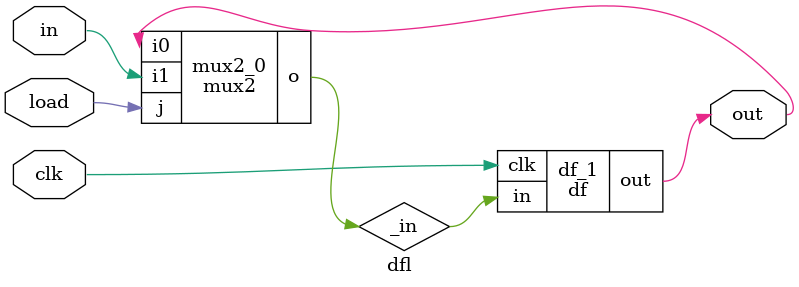
<source format=v>
module invert (input wire i, output wire o);
   assign o = !i;
endmodule

module and2 (input wire i0, i1, output wire o);
  assign o = i0 & i1;
endmodule

module mux2 (input wire i0, i1, j, output wire o);
  assign o = (j==0)?i0:i1;
endmodule


module df (input wire clk, in, output wire out);
  reg df_out;
  always@(posedge clk) df_out <= in;
  assign out = df_out;
endmodule

module dfr (input wire clk, reset, in, output wire out);
  wire reset_, df_in, clk_, o;
  
  invert invert_0 (reset, reset_);
  and2 and2_0 (in, reset_, df_in);
  
  df df_0 (clk, df_in, o);
  df df_1 (clk_, o, out);
endmodule

module dfl(input wire clk, load, in, output wire out);
	wire _in;
	mux2 mux2_0(out, in, load, _in);
	df df_1(clk, _in, out);
endmodule


</source>
